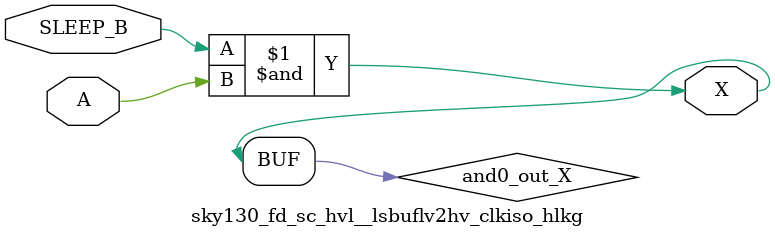
<source format=v>
/*
 * Copyright 2020 The SkyWater PDK Authors
 *
 * Licensed under the Apache License, Version 2.0 (the "License");
 * you may not use this file except in compliance with the License.
 * You may obtain a copy of the License at
 *
 *     https://www.apache.org/licenses/LICENSE-2.0
 *
 * Unless required by applicable law or agreed to in writing, software
 * distributed under the License is distributed on an "AS IS" BASIS,
 * WITHOUT WARRANTIES OR CONDITIONS OF ANY KIND, either express or implied.
 * See the License for the specific language governing permissions and
 * limitations under the License.
 *
 * SPDX-License-Identifier: Apache-2.0
*/


`ifndef SKY130_FD_SC_HVL__LSBUFLV2HV_CLKISO_HLKG_FUNCTIONAL_V
`define SKY130_FD_SC_HVL__LSBUFLV2HV_CLKISO_HLKG_FUNCTIONAL_V

/**
 * lsbuflv2hv_clkiso_hlkg: Level-shift clock buffer, low voltage to
 *                         high voltage, isolated well
 *                         on input buffer, inverting sleep
 *                         mode input.
 *
 * Verilog simulation functional model.
 */

`timescale 1ns / 1ps
`default_nettype none

`celldefine
module sky130_fd_sc_hvl__lsbuflv2hv_clkiso_hlkg (
    X      ,
    A      ,
    SLEEP_B
);

    // Module ports
    output X      ;
    input  A      ;
    input  SLEEP_B;

    // Local signals
    wire SLEEP     ;
    wire and0_out_X;

    //  Name  Output      Other arguments
    not not0 (SLEEP     , SLEEP_B        );
    and and0 (and0_out_X, SLEEP_B, A     );
    buf buf0 (X         , and0_out_X     );

endmodule
`endcelldefine

`default_nettype wire
`endif  // SKY130_FD_SC_HVL__LSBUFLV2HV_CLKISO_HLKG_FUNCTIONAL_V

</source>
